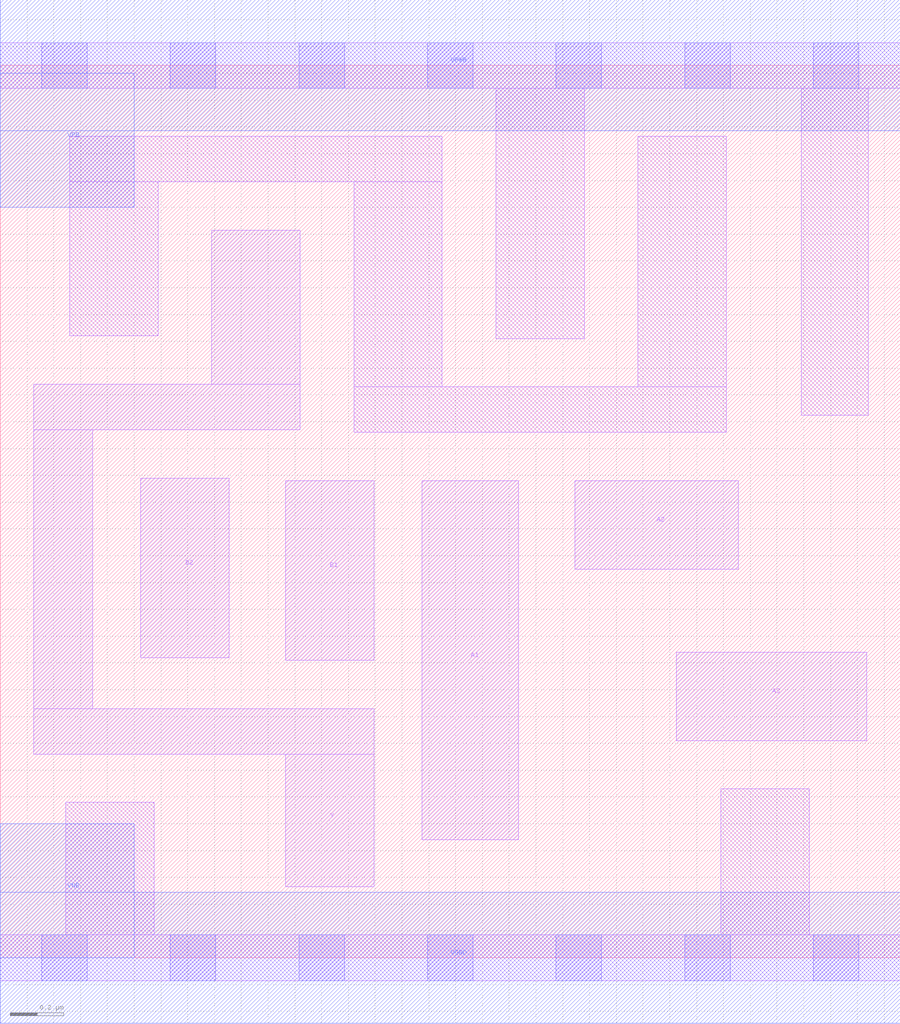
<source format=lef>
# Copyright 2020 The SkyWater PDK Authors
#
# Licensed under the Apache License, Version 2.0 (the "License");
# you may not use this file except in compliance with the License.
# You may obtain a copy of the License at
#
#     https://www.apache.org/licenses/LICENSE-2.0
#
# Unless required by applicable law or agreed to in writing, software
# distributed under the License is distributed on an "AS IS" BASIS,
# WITHOUT WARRANTIES OR CONDITIONS OF ANY KIND, either express or implied.
# See the License for the specific language governing permissions and
# limitations under the License.
#
# SPDX-License-Identifier: Apache-2.0

VERSION 5.5 ;
NAMESCASESENSITIVE ON ;
BUSBITCHARS "[]" ;
DIVIDERCHAR "/" ;
MACRO sky130_fd_sc_lp__a32oi_lp
  CLASS CORE ;
  SOURCE USER ;
  ORIGIN  0.000000  0.000000 ;
  SIZE  3.360000 BY  3.330000 ;
  SYMMETRY X Y R90 ;
  SITE unit ;
  PIN A1
    ANTENNAGATEAREA  0.313000 ;
    DIRECTION INPUT ;
    USE SIGNAL ;
    PORT
      LAYER li1 ;
        RECT 1.575000 0.440000 1.935000 1.780000 ;
    END
  END A1
  PIN A2
    ANTENNAGATEAREA  0.313000 ;
    DIRECTION INPUT ;
    USE SIGNAL ;
    PORT
      LAYER li1 ;
        RECT 2.145000 1.450000 2.755000 1.780000 ;
    END
  END A2
  PIN A3
    ANTENNAGATEAREA  0.313000 ;
    DIRECTION INPUT ;
    USE SIGNAL ;
    PORT
      LAYER li1 ;
        RECT 2.525000 0.810000 3.235000 1.140000 ;
    END
  END A3
  PIN B1
    ANTENNAGATEAREA  0.313000 ;
    DIRECTION INPUT ;
    USE SIGNAL ;
    PORT
      LAYER li1 ;
        RECT 1.065000 1.110000 1.395000 1.780000 ;
    END
  END B1
  PIN B2
    ANTENNAGATEAREA  0.313000 ;
    DIRECTION INPUT ;
    USE SIGNAL ;
    PORT
      LAYER li1 ;
        RECT 0.525000 1.120000 0.855000 1.790000 ;
    END
  END B2
  PIN Y
    ANTENNADIFFAREA  0.508900 ;
    DIRECTION OUTPUT ;
    USE SIGNAL ;
    PORT
      LAYER li1 ;
        RECT 0.125000 0.760000 1.395000 0.930000 ;
        RECT 0.125000 0.930000 0.345000 1.970000 ;
        RECT 0.125000 1.970000 1.120000 2.140000 ;
        RECT 0.790000 2.140000 1.120000 2.715000 ;
        RECT 1.065000 0.265000 1.395000 0.760000 ;
    END
  END Y
  PIN VGND
    DIRECTION INOUT ;
    USE GROUND ;
    PORT
      LAYER met1 ;
        RECT 0.000000 -0.245000 3.360000 0.245000 ;
    END
  END VGND
  PIN VNB
    DIRECTION INOUT ;
    USE GROUND ;
    PORT
      LAYER met1 ;
        RECT 0.000000 0.000000 0.500000 0.500000 ;
    END
  END VNB
  PIN VPB
    DIRECTION INOUT ;
    USE POWER ;
    PORT
      LAYER met1 ;
        RECT 0.000000 2.800000 0.500000 3.300000 ;
    END
  END VPB
  PIN VPWR
    DIRECTION INOUT ;
    USE POWER ;
    PORT
      LAYER met1 ;
        RECT 0.000000 3.085000 3.360000 3.575000 ;
    END
  END VPWR
  OBS
    LAYER li1 ;
      RECT 0.000000 -0.085000 3.360000 0.085000 ;
      RECT 0.000000  3.245000 3.360000 3.415000 ;
      RECT 0.245000  0.085000 0.575000 0.580000 ;
      RECT 0.260000  2.320000 0.590000 2.895000 ;
      RECT 0.260000  2.895000 1.650000 3.065000 ;
      RECT 1.320000  1.960000 2.710000 2.130000 ;
      RECT 1.320000  2.130000 1.650000 2.895000 ;
      RECT 1.850000  2.310000 2.180000 3.245000 ;
      RECT 2.380000  2.130000 2.710000 3.065000 ;
      RECT 2.690000  0.085000 3.020000 0.630000 ;
      RECT 2.990000  2.025000 3.240000 3.245000 ;
    LAYER mcon ;
      RECT 0.155000 -0.085000 0.325000 0.085000 ;
      RECT 0.155000  3.245000 0.325000 3.415000 ;
      RECT 0.635000 -0.085000 0.805000 0.085000 ;
      RECT 0.635000  3.245000 0.805000 3.415000 ;
      RECT 1.115000 -0.085000 1.285000 0.085000 ;
      RECT 1.115000  3.245000 1.285000 3.415000 ;
      RECT 1.595000 -0.085000 1.765000 0.085000 ;
      RECT 1.595000  3.245000 1.765000 3.415000 ;
      RECT 2.075000 -0.085000 2.245000 0.085000 ;
      RECT 2.075000  3.245000 2.245000 3.415000 ;
      RECT 2.555000 -0.085000 2.725000 0.085000 ;
      RECT 2.555000  3.245000 2.725000 3.415000 ;
      RECT 3.035000 -0.085000 3.205000 0.085000 ;
      RECT 3.035000  3.245000 3.205000 3.415000 ;
  END
END sky130_fd_sc_lp__a32oi_lp

</source>
